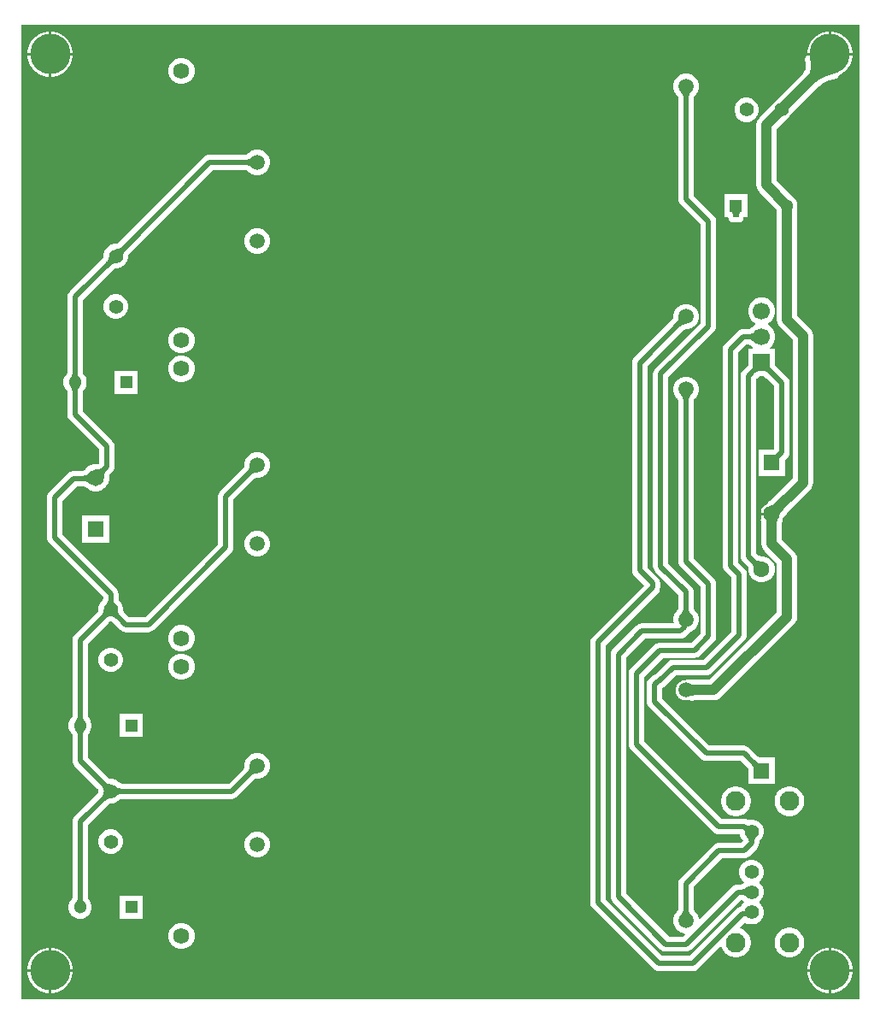
<source format=gbl>
G04*
G04 #@! TF.GenerationSoftware,Altium Limited,Altium Designer,23.4.1 (23)*
G04*
G04 Layer_Physical_Order=2*
G04 Layer_Color=16711680*
%FSLAX44Y44*%
%MOMM*%
G71*
G04*
G04 #@! TF.SameCoordinates,962042ED-4943-4C1F-BA74-C7D69658BEBC*
G04*
G04*
G04 #@! TF.FilePolarity,Positive*
G04*
G01*
G75*
%ADD23C,1.3000*%
%ADD24R,1.3000X1.3000*%
%ADD27C,1.6000*%
%ADD28R,1.6000X1.6000*%
%ADD29C,0.5080*%
%ADD30C,1.5000*%
%ADD31C,4.0000*%
%ADD32C,1.9500*%
%ADD33C,1.4000*%
%ADD34R,1.7000X1.7000*%
%ADD35C,1.7000*%
%ADD36C,1.5900*%
%ADD37R,1.6500X1.6500*%
%ADD38C,1.6500*%
%ADD39C,1.0160*%
G36*
X832000Y1000D02*
X1000D01*
Y967000D01*
X832000D01*
Y1000D01*
D02*
G37*
%LPC*%
G36*
X804720Y960040D02*
X803770D01*
Y938770D01*
X825040D01*
Y939720D01*
X824174Y944075D01*
X822475Y948177D01*
X820008Y951868D01*
X816868Y955008D01*
X813177Y957475D01*
X809075Y959174D01*
X804720Y960040D01*
D02*
G37*
G36*
X801230D02*
X800280D01*
X795925Y959174D01*
X791823Y957475D01*
X788132Y955008D01*
X784992Y951868D01*
X782525Y948177D01*
X780826Y944075D01*
X779960Y939720D01*
Y938770D01*
X801230D01*
Y960040D01*
D02*
G37*
G36*
X32220D02*
X31270D01*
Y938770D01*
X52540D01*
Y939720D01*
X51674Y944075D01*
X49975Y948177D01*
X47508Y951868D01*
X44368Y955008D01*
X40677Y957475D01*
X36575Y959174D01*
X32220Y960040D01*
D02*
G37*
G36*
X28730D02*
X27780D01*
X23425Y959174D01*
X19323Y957475D01*
X15632Y955008D01*
X12492Y951868D01*
X10025Y948177D01*
X8326Y944075D01*
X7460Y939720D01*
Y938770D01*
X28730D01*
Y960040D01*
D02*
G37*
G36*
X52540Y936230D02*
X31270D01*
Y914960D01*
X32220D01*
X36575Y915826D01*
X40677Y917525D01*
X44368Y919992D01*
X47508Y923132D01*
X49975Y926823D01*
X51674Y930925D01*
X52540Y935280D01*
Y936230D01*
D02*
G37*
G36*
X28730D02*
X7460D01*
Y935280D01*
X8326Y930925D01*
X10025Y926823D01*
X12492Y923132D01*
X15632Y919992D01*
X19323Y917525D01*
X23425Y915826D01*
X27780Y914960D01*
X28730D01*
Y936230D01*
D02*
G37*
G36*
X161705Y933870D02*
X158295D01*
X155001Y932988D01*
X152049Y931283D01*
X149637Y928872D01*
X147933Y925919D01*
X147050Y922625D01*
Y919215D01*
X147933Y915921D01*
X149637Y912969D01*
X152049Y910557D01*
X155001Y908852D01*
X158295Y907970D01*
X161705D01*
X164998Y908852D01*
X167952Y910557D01*
X170362Y912969D01*
X172067Y915921D01*
X172950Y919215D01*
Y922625D01*
X172067Y925919D01*
X170362Y928872D01*
X167952Y931283D01*
X164998Y932988D01*
X161705Y933870D01*
D02*
G37*
G36*
X721580Y894500D02*
X718420D01*
X715368Y893682D01*
X712632Y892102D01*
X710398Y889868D01*
X708818Y887132D01*
X708000Y884080D01*
Y880920D01*
X708818Y877868D01*
X710398Y875132D01*
X712632Y872898D01*
X715368Y871318D01*
X718420Y870500D01*
X721580D01*
X724632Y871318D01*
X727368Y872898D01*
X729602Y875132D01*
X731182Y877868D01*
X732000Y880920D01*
Y884080D01*
X731182Y887132D01*
X729602Y889868D01*
X727368Y892102D01*
X724632Y893682D01*
X721580Y894500D01*
D02*
G37*
G36*
X236646Y843000D02*
X233354D01*
X230175Y842148D01*
X227325Y840502D01*
X226498Y839676D01*
X226126Y839440D01*
X225718Y839050D01*
X225448Y838828D01*
X225194Y838649D01*
X224954Y838506D01*
X224723Y838393D01*
X224495Y838305D01*
X224261Y838236D01*
X224013Y838186D01*
X223742Y838153D01*
X223246Y838134D01*
X223125Y838105D01*
X188000D01*
X186032Y837846D01*
X184197Y837086D01*
X182622Y835878D01*
X97421Y750676D01*
X97310Y750608D01*
X96956Y750277D01*
X96747Y750109D01*
X96552Y749976D01*
X96369Y749871D01*
X96192Y749789D01*
X96013Y749723D01*
X95825Y749671D01*
X95618Y749633D01*
X95385Y749608D01*
X94931Y749596D01*
X94510Y749500D01*
X93420D01*
X90368Y748682D01*
X87632Y747102D01*
X85398Y744868D01*
X83818Y742132D01*
X83000Y739080D01*
Y737990D01*
X82904Y737569D01*
X82892Y737115D01*
X82867Y736882D01*
X82829Y736675D01*
X82777Y736487D01*
X82711Y736309D01*
X82628Y736131D01*
X82524Y735948D01*
X82391Y735753D01*
X82222Y735544D01*
X81892Y735190D01*
X81824Y735079D01*
X49222Y702478D01*
X48014Y700902D01*
X47254Y699068D01*
X46995Y697100D01*
Y622674D01*
X46965Y622543D01*
X46950Y622071D01*
X46924Y621805D01*
X46886Y621586D01*
X46842Y621408D01*
X46794Y621266D01*
X46744Y621151D01*
X46692Y621054D01*
X46634Y620966D01*
X46565Y620878D01*
X46332Y620630D01*
X46110Y620273D01*
X45398Y619561D01*
X43884Y616939D01*
X43100Y614014D01*
Y610986D01*
X43884Y608061D01*
X45398Y605439D01*
X46110Y604727D01*
X46332Y604370D01*
X46565Y604122D01*
X46634Y604034D01*
X46692Y603946D01*
X46744Y603849D01*
X46794Y603734D01*
X46842Y603592D01*
X46886Y603414D01*
X46924Y603195D01*
X46950Y602929D01*
X46965Y602457D01*
X46995Y602326D01*
Y580400D01*
X47254Y578432D01*
X48014Y576598D01*
X49222Y575022D01*
X78395Y545850D01*
Y532130D01*
X78204Y531984D01*
X77964Y531832D01*
X77700Y531696D01*
X77401Y531573D01*
X77059Y531465D01*
X76666Y531374D01*
X76215Y531304D01*
X75704Y531261D01*
X74980Y531246D01*
X74541Y531150D01*
X73256D01*
X69886Y530247D01*
X66864Y528503D01*
X65285Y526924D01*
X64934Y526663D01*
X64472Y526154D01*
X64142Y525839D01*
X63836Y525588D01*
X63554Y525394D01*
X63294Y525247D01*
X63051Y525137D01*
X62815Y525057D01*
X62575Y525000D01*
X62318Y524964D01*
X61803Y524941D01*
X61727Y524922D01*
X61649Y524932D01*
X61583Y524913D01*
X53308D01*
X51340Y524654D01*
X50265Y524209D01*
X49506Y523894D01*
X47931Y522686D01*
X28622Y503378D01*
X27414Y501803D01*
X26654Y499968D01*
X26395Y498000D01*
Y459000D01*
X26654Y457032D01*
X27414Y455197D01*
X28622Y453622D01*
X82395Y399850D01*
Y398528D01*
X82365Y398402D01*
X82348Y397918D01*
X82319Y397651D01*
X82275Y397420D01*
X82220Y397216D01*
X82153Y397032D01*
X82073Y396859D01*
X81976Y396689D01*
X81858Y396516D01*
X81711Y396334D01*
X81398Y396004D01*
X81168Y395639D01*
X80398Y394868D01*
X78818Y392132D01*
X78000Y389080D01*
Y387990D01*
X77904Y387569D01*
X77892Y387115D01*
X77867Y386882D01*
X77828Y386675D01*
X77777Y386487D01*
X77711Y386309D01*
X77628Y386131D01*
X77524Y385948D01*
X77391Y385753D01*
X77222Y385544D01*
X76892Y385190D01*
X76824Y385079D01*
X54222Y362478D01*
X53014Y360902D01*
X52254Y359068D01*
X51995Y357100D01*
Y282674D01*
X51965Y282543D01*
X51950Y282071D01*
X51924Y281805D01*
X51886Y281586D01*
X51842Y281408D01*
X51794Y281266D01*
X51744Y281151D01*
X51692Y281054D01*
X51634Y280966D01*
X51565Y280878D01*
X51332Y280630D01*
X51110Y280273D01*
X50398Y279561D01*
X48884Y276939D01*
X48100Y274014D01*
Y270986D01*
X48884Y268061D01*
X50398Y265439D01*
X51110Y264727D01*
X51332Y264370D01*
X51565Y264122D01*
X51634Y264034D01*
X51692Y263946D01*
X51744Y263849D01*
X51794Y263734D01*
X51842Y263592D01*
X51886Y263414D01*
X51924Y263195D01*
X51950Y262929D01*
X51965Y262457D01*
X51995Y262326D01*
Y237900D01*
X52254Y235932D01*
X53014Y234097D01*
X54222Y232522D01*
X76824Y209921D01*
X76892Y209810D01*
X77222Y209456D01*
X77391Y209247D01*
X77524Y209052D01*
X77629Y208869D01*
X77711Y208692D01*
X77777Y208513D01*
X77829Y208325D01*
X77867Y208118D01*
X77892Y207885D01*
X77902Y207500D01*
X77892Y207115D01*
X77867Y206882D01*
X77828Y206675D01*
X77777Y206487D01*
X77711Y206309D01*
X77628Y206131D01*
X77524Y205948D01*
X77391Y205753D01*
X77222Y205544D01*
X76892Y205190D01*
X76824Y205079D01*
X54222Y182478D01*
X53014Y180903D01*
X52254Y179068D01*
X51995Y177100D01*
Y102674D01*
X51965Y102543D01*
X51950Y102071D01*
X51924Y101805D01*
X51886Y101586D01*
X51842Y101408D01*
X51794Y101266D01*
X51744Y101151D01*
X51692Y101054D01*
X51634Y100966D01*
X51565Y100878D01*
X51332Y100630D01*
X51110Y100273D01*
X50398Y99561D01*
X48884Y96939D01*
X48100Y94014D01*
Y90986D01*
X48884Y88061D01*
X50398Y85439D01*
X52539Y83298D01*
X55161Y81784D01*
X58086Y81000D01*
X61114D01*
X64039Y81784D01*
X66661Y83298D01*
X68802Y85439D01*
X70316Y88061D01*
X71100Y90986D01*
Y94014D01*
X70316Y96939D01*
X68802Y99561D01*
X68090Y100273D01*
X67868Y100630D01*
X67635Y100878D01*
X67566Y100966D01*
X67508Y101054D01*
X67456Y101151D01*
X67406Y101266D01*
X67358Y101408D01*
X67314Y101586D01*
X67276Y101805D01*
X67250Y102071D01*
X67235Y102543D01*
X67205Y102674D01*
Y173950D01*
X87579Y194324D01*
X87690Y194392D01*
X88044Y194722D01*
X88253Y194891D01*
X88448Y195024D01*
X88631Y195129D01*
X88808Y195211D01*
X88987Y195277D01*
X89175Y195329D01*
X89382Y195367D01*
X89615Y195392D01*
X90069Y195404D01*
X90490Y195500D01*
X91580D01*
X94632Y196318D01*
X97368Y197898D01*
X98139Y198668D01*
X98504Y198898D01*
X98834Y199210D01*
X99016Y199358D01*
X99190Y199477D01*
X99359Y199573D01*
X99532Y199653D01*
X99716Y199720D01*
X99920Y199776D01*
X100151Y199819D01*
X100418Y199848D01*
X100902Y199865D01*
X101028Y199895D01*
X210000D01*
X211968Y200154D01*
X213803Y200914D01*
X215378Y202122D01*
X231980Y218725D01*
X232087Y218791D01*
X232451Y219128D01*
X232666Y219297D01*
X232876Y219436D01*
X233090Y219553D01*
X233314Y219652D01*
X233557Y219735D01*
X233828Y219804D01*
X234135Y219857D01*
X234482Y219890D01*
X235047Y219904D01*
X235476Y220000D01*
X236646D01*
X239825Y220852D01*
X242675Y222498D01*
X245002Y224825D01*
X246648Y227675D01*
X247500Y230854D01*
Y234146D01*
X246648Y237325D01*
X245002Y240175D01*
X242675Y242502D01*
X239825Y244148D01*
X236646Y245000D01*
X233354D01*
X230175Y244148D01*
X227325Y242502D01*
X224998Y240175D01*
X223352Y237325D01*
X222500Y234146D01*
Y232976D01*
X222404Y232547D01*
X222390Y231982D01*
X222357Y231635D01*
X222304Y231328D01*
X222235Y231057D01*
X222152Y230815D01*
X222053Y230590D01*
X221936Y230376D01*
X221797Y230166D01*
X221628Y229951D01*
X221291Y229587D01*
X221225Y229480D01*
X206850Y215105D01*
X101028D01*
X100902Y215135D01*
X100418Y215152D01*
X100151Y215181D01*
X99920Y215224D01*
X99716Y215280D01*
X99532Y215347D01*
X99359Y215427D01*
X99189Y215523D01*
X99016Y215642D01*
X98834Y215790D01*
X98504Y216102D01*
X98139Y216332D01*
X97368Y217102D01*
X94632Y218682D01*
X91580Y219500D01*
X90490D01*
X90069Y219596D01*
X89615Y219608D01*
X89382Y219633D01*
X89175Y219671D01*
X88987Y219723D01*
X88809Y219789D01*
X88631Y219871D01*
X88448Y219976D01*
X88253Y220109D01*
X88044Y220278D01*
X87690Y220607D01*
X87579Y220676D01*
X67205Y241050D01*
Y262326D01*
X67235Y262457D01*
X67250Y262929D01*
X67276Y263195D01*
X67314Y263414D01*
X67358Y263592D01*
X67406Y263734D01*
X67456Y263849D01*
X67508Y263946D01*
X67566Y264034D01*
X67635Y264122D01*
X67868Y264370D01*
X68090Y264727D01*
X68802Y265439D01*
X70316Y268061D01*
X71100Y270986D01*
Y274014D01*
X70316Y276939D01*
X68802Y279561D01*
X68090Y280273D01*
X67868Y280630D01*
X67635Y280878D01*
X67566Y280966D01*
X67508Y281054D01*
X67456Y281151D01*
X67406Y281266D01*
X67358Y281408D01*
X67314Y281586D01*
X67276Y281805D01*
X67250Y282071D01*
X67235Y282543D01*
X67205Y282674D01*
Y353950D01*
X87579Y374324D01*
X87690Y374392D01*
X88044Y374723D01*
X88253Y374891D01*
X88448Y375024D01*
X88631Y375129D01*
X88808Y375211D01*
X88987Y375277D01*
X89175Y375329D01*
X89382Y375367D01*
X89615Y375392D01*
X90000Y375402D01*
X90385Y375392D01*
X90618Y375367D01*
X90825Y375328D01*
X91013Y375277D01*
X91191Y375211D01*
X91369Y375129D01*
X91552Y375024D01*
X91747Y374891D01*
X91956Y374723D01*
X92310Y374392D01*
X92421Y374324D01*
X99622Y367122D01*
X101198Y365914D01*
X101957Y365599D01*
X103032Y365154D01*
X105000Y364895D01*
X127500D01*
X129468Y365154D01*
X131302Y365914D01*
X132878Y367122D01*
X209378Y443622D01*
X210586Y445197D01*
X211346Y447032D01*
X211605Y449000D01*
Y496350D01*
X231980Y516725D01*
X232087Y516791D01*
X232451Y517128D01*
X232666Y517297D01*
X232876Y517436D01*
X233090Y517553D01*
X233314Y517652D01*
X233557Y517735D01*
X233828Y517804D01*
X234135Y517857D01*
X234482Y517890D01*
X235047Y517904D01*
X235476Y518000D01*
X236646D01*
X239825Y518852D01*
X242675Y520498D01*
X245002Y522825D01*
X246648Y525675D01*
X247500Y528854D01*
Y532146D01*
X246648Y535325D01*
X245002Y538175D01*
X242675Y540503D01*
X239825Y542148D01*
X236646Y543000D01*
X233354D01*
X230175Y542148D01*
X227325Y540503D01*
X224998Y538175D01*
X223352Y535325D01*
X222500Y532146D01*
Y530976D01*
X222404Y530547D01*
X222390Y529982D01*
X222357Y529635D01*
X222304Y529328D01*
X222235Y529058D01*
X222152Y528815D01*
X222053Y528590D01*
X221936Y528377D01*
X221797Y528166D01*
X221628Y527952D01*
X221291Y527587D01*
X221225Y527481D01*
X198622Y504878D01*
X197414Y503302D01*
X196654Y501468D01*
X196395Y499500D01*
Y452150D01*
X124350Y380105D01*
X108150D01*
X103176Y385079D01*
X103108Y385190D01*
X102778Y385544D01*
X102609Y385753D01*
X102476Y385948D01*
X102371Y386131D01*
X102289Y386308D01*
X102223Y386487D01*
X102171Y386675D01*
X102133Y386882D01*
X102108Y387115D01*
X102096Y387569D01*
X102000Y387990D01*
Y389080D01*
X101182Y392132D01*
X99602Y394868D01*
X98832Y395639D01*
X98602Y396004D01*
X98290Y396334D01*
X98142Y396516D01*
X98023Y396690D01*
X97927Y396859D01*
X97847Y397032D01*
X97780Y397216D01*
X97725Y397420D01*
X97681Y397651D01*
X97652Y397918D01*
X97635Y398402D01*
X97605Y398528D01*
Y403000D01*
X97346Y404968D01*
X96586Y406802D01*
X95378Y408378D01*
X41605Y462150D01*
Y494850D01*
X56458Y509703D01*
X62088D01*
X62205Y509675D01*
X62724Y509653D01*
X63029Y509615D01*
X63344Y509548D01*
X63673Y509450D01*
X64024Y509315D01*
X64400Y509138D01*
X64802Y508912D01*
X65230Y508632D01*
X65685Y508294D01*
X66266Y507808D01*
X66460Y507701D01*
X66864Y507297D01*
X69886Y505553D01*
X73256Y504650D01*
X76744D01*
X80114Y505553D01*
X83136Y507297D01*
X85603Y509764D01*
X87347Y512786D01*
X88250Y516156D01*
Y517441D01*
X88347Y517880D01*
X88361Y518604D01*
X88404Y519115D01*
X88474Y519565D01*
X88565Y519959D01*
X88673Y520301D01*
X88795Y520600D01*
X88932Y520864D01*
X89084Y521104D01*
X89256Y521329D01*
X89605Y521710D01*
X89666Y521811D01*
X91378Y523522D01*
X92586Y525098D01*
X92901Y525857D01*
X93346Y526932D01*
X93605Y528900D01*
Y549000D01*
X93346Y550968D01*
X92586Y552803D01*
X91378Y554378D01*
X62205Y583550D01*
Y602326D01*
X62235Y602457D01*
X62250Y602929D01*
X62276Y603195D01*
X62314Y603414D01*
X62358Y603592D01*
X62406Y603734D01*
X62456Y603849D01*
X62508Y603946D01*
X62566Y604034D01*
X62635Y604122D01*
X62868Y604370D01*
X63090Y604727D01*
X63802Y605439D01*
X65316Y608061D01*
X66100Y610986D01*
Y614014D01*
X65316Y616939D01*
X63802Y619561D01*
X63090Y620273D01*
X62868Y620630D01*
X62635Y620878D01*
X62566Y620966D01*
X62508Y621054D01*
X62456Y621151D01*
X62406Y621266D01*
X62358Y621408D01*
X62314Y621586D01*
X62276Y621805D01*
X62250Y622071D01*
X62235Y622543D01*
X62205Y622674D01*
Y693950D01*
X92579Y724324D01*
X92690Y724392D01*
X93044Y724723D01*
X93253Y724891D01*
X93448Y725024D01*
X93631Y725129D01*
X93808Y725211D01*
X93987Y725277D01*
X94175Y725329D01*
X94382Y725367D01*
X94615Y725392D01*
X95069Y725404D01*
X95490Y725500D01*
X96580D01*
X99632Y726318D01*
X102368Y727898D01*
X104602Y730132D01*
X106182Y732868D01*
X107000Y735920D01*
Y737010D01*
X107096Y737431D01*
X107108Y737885D01*
X107133Y738118D01*
X107171Y738325D01*
X107223Y738513D01*
X107289Y738691D01*
X107371Y738869D01*
X107476Y739052D01*
X107609Y739247D01*
X107778Y739456D01*
X108108Y739810D01*
X108176Y739921D01*
X191150Y822895D01*
X223125D01*
X223246Y822866D01*
X223742Y822847D01*
X224013Y822814D01*
X224261Y822764D01*
X224495Y822695D01*
X224723Y822607D01*
X224954Y822494D01*
X225195Y822351D01*
X225448Y822172D01*
X225718Y821950D01*
X226126Y821560D01*
X226498Y821324D01*
X227325Y820498D01*
X230175Y818852D01*
X233354Y818000D01*
X236646D01*
X239825Y818852D01*
X242675Y820498D01*
X245002Y822825D01*
X246648Y825675D01*
X247500Y828854D01*
Y832146D01*
X246648Y835325D01*
X245002Y838175D01*
X242675Y840502D01*
X239825Y842148D01*
X236646Y843000D01*
D02*
G37*
G36*
X721100Y799000D02*
X698100D01*
Y776000D01*
X701959D01*
X701964Y775816D01*
X702169Y774911D01*
X702350Y774000D01*
X702388Y773943D01*
X702403Y773876D01*
X702939Y773118D01*
X703455Y772346D01*
X703512Y772308D01*
X703551Y772252D01*
X704336Y771757D01*
X705109Y771241D01*
X705176Y771227D01*
X705234Y771191D01*
X706149Y771034D01*
X707060Y770853D01*
X712140D01*
X713051Y771034D01*
X713966Y771191D01*
X714024Y771227D01*
X714091Y771241D01*
X714864Y771757D01*
X715649Y772252D01*
X715688Y772308D01*
X715745Y772346D01*
X716261Y773118D01*
X716797Y773876D01*
X716812Y773943D01*
X716850Y774000D01*
X717031Y774911D01*
X717236Y775816D01*
X717241Y776000D01*
X721100D01*
Y799000D01*
D02*
G37*
G36*
X236646Y765000D02*
X233354D01*
X230175Y764148D01*
X227325Y762503D01*
X224998Y760175D01*
X223352Y757325D01*
X222500Y754146D01*
Y750854D01*
X223352Y747675D01*
X224998Y744825D01*
X227325Y742497D01*
X230175Y740852D01*
X233354Y740000D01*
X236646D01*
X239825Y740852D01*
X242675Y742497D01*
X245002Y744825D01*
X246648Y747675D01*
X247500Y750854D01*
Y754146D01*
X246648Y757325D01*
X245002Y760175D01*
X242675Y762503D01*
X239825Y764148D01*
X236646Y765000D01*
D02*
G37*
G36*
X96580Y699500D02*
X93420D01*
X90368Y698682D01*
X87632Y697102D01*
X85398Y694868D01*
X83818Y692132D01*
X83000Y689080D01*
Y685920D01*
X83818Y682868D01*
X85398Y680132D01*
X87632Y677898D01*
X90368Y676318D01*
X93420Y675500D01*
X96580D01*
X99632Y676318D01*
X102368Y677898D01*
X104602Y680132D01*
X106182Y682868D01*
X107000Y685920D01*
Y689080D01*
X106182Y692132D01*
X104602Y694868D01*
X102368Y697102D01*
X99632Y698682D01*
X96580Y699500D01*
D02*
G37*
G36*
X161705Y667030D02*
X158295D01*
X155001Y666148D01*
X152049Y664443D01*
X149637Y662031D01*
X147933Y659079D01*
X147050Y655785D01*
Y652375D01*
X147933Y649081D01*
X149637Y646128D01*
X152049Y643717D01*
X155001Y642012D01*
X158295Y641130D01*
X161705D01*
X164998Y642012D01*
X167952Y643717D01*
X170362Y646128D01*
X172067Y649081D01*
X172950Y652375D01*
Y655785D01*
X172067Y659079D01*
X170362Y662031D01*
X167952Y664443D01*
X164998Y666148D01*
X161705Y667030D01*
D02*
G37*
G36*
Y638870D02*
X158295D01*
X155001Y637988D01*
X152049Y636283D01*
X149637Y633871D01*
X147933Y630919D01*
X147050Y627625D01*
Y624215D01*
X147933Y620922D01*
X149637Y617968D01*
X152049Y615557D01*
X155001Y613853D01*
X158295Y612970D01*
X161705D01*
X164998Y613853D01*
X167952Y615557D01*
X170362Y617968D01*
X172067Y620922D01*
X172950Y624215D01*
Y627625D01*
X172067Y630919D01*
X170362Y633871D01*
X167952Y636283D01*
X164998Y637988D01*
X161705Y638870D01*
D02*
G37*
G36*
X116900Y624000D02*
X93900D01*
Y601000D01*
X116900D01*
Y624000D01*
D02*
G37*
G36*
X736777Y696400D02*
X733223D01*
X729789Y695480D01*
X726711Y693703D01*
X724197Y691189D01*
X722420Y688111D01*
X721500Y684677D01*
Y681123D01*
X722420Y677689D01*
X724197Y674611D01*
X726711Y672097D01*
X728727Y670933D01*
Y669467D01*
X726711Y668303D01*
X725775Y667367D01*
X725394Y667123D01*
X724835Y666584D01*
X724404Y666218D01*
X724000Y665919D01*
X723624Y665682D01*
X723277Y665498D01*
X722956Y665361D01*
X722655Y665262D01*
X722367Y665196D01*
X722082Y665156D01*
X721558Y665133D01*
X721446Y665105D01*
X716500D01*
X714532Y664846D01*
X713457Y664401D01*
X712698Y664086D01*
X711123Y662878D01*
X698622Y650378D01*
X697414Y648802D01*
X696654Y646968D01*
X696395Y645000D01*
Y431000D01*
X696654Y429032D01*
X697414Y427197D01*
X698622Y425622D01*
X704895Y419350D01*
Y365650D01*
X676850Y337605D01*
X647000D01*
X645032Y337346D01*
X643197Y336586D01*
X641622Y335378D01*
X629454Y323209D01*
X627950Y322586D01*
X626375Y321378D01*
X623400Y318402D01*
X622191Y316827D01*
X621431Y314993D01*
X621172Y313024D01*
Y296223D01*
X621431Y294254D01*
X622191Y292420D01*
X623400Y290845D01*
X674622Y239622D01*
X676198Y238414D01*
X678032Y237654D01*
X680000Y237395D01*
X714620D01*
X719637Y232378D01*
X719704Y232269D01*
X721452Y230389D01*
X721951Y229766D01*
X722000Y229696D01*
Y228741D01*
X721963Y228555D01*
X722000Y228369D01*
Y214770D01*
X748000D01*
Y240770D01*
X734401D01*
X734215Y240807D01*
X734029Y240770D01*
X733074D01*
X733061Y240779D01*
X731498Y242104D01*
X730572Y242998D01*
X730445Y243080D01*
X723148Y250378D01*
X721572Y251586D01*
X719738Y252346D01*
X717770Y252605D01*
X683150D01*
X636382Y299373D01*
Y309240D01*
X636802Y309414D01*
X638378Y310622D01*
X650150Y322395D01*
X680000D01*
X681968Y322654D01*
X683802Y323414D01*
X685378Y324622D01*
X717878Y357122D01*
X719086Y358698D01*
X719846Y360532D01*
X720105Y362500D01*
Y422500D01*
X719846Y424468D01*
X719086Y426303D01*
X717878Y427878D01*
X711605Y434150D01*
Y641850D01*
X719650Y649895D01*
X721446D01*
X721558Y649867D01*
X722082Y649844D01*
X722367Y649805D01*
X722655Y649738D01*
X722956Y649639D01*
X723277Y649502D01*
X723624Y649318D01*
X724000Y649081D01*
X724404Y648782D01*
X724835Y648416D01*
X725394Y647877D01*
X725775Y647633D01*
X726538Y646870D01*
X726294Y645600D01*
X721500D01*
Y631624D01*
X721495Y631610D01*
X721500Y631482D01*
Y631154D01*
X721432Y630815D01*
X721500Y630475D01*
Y629682D01*
X721477Y629649D01*
X720161Y628093D01*
X719271Y627172D01*
X719189Y627044D01*
X716478Y624333D01*
X715270Y622758D01*
X714510Y620924D01*
X714251Y618956D01*
Y440374D01*
X714510Y438406D01*
X715270Y436572D01*
X716478Y434997D01*
X720630Y430845D01*
X720693Y430742D01*
X721038Y430367D01*
X721208Y430145D01*
X721356Y429916D01*
X721486Y429669D01*
X721600Y429395D01*
X721701Y429086D01*
X721785Y428734D01*
X721849Y428331D01*
X721889Y427873D01*
X721904Y427202D01*
X722000Y426766D01*
Y425518D01*
X722886Y422212D01*
X724597Y419248D01*
X727018Y416827D01*
X729982Y415116D01*
X733288Y414230D01*
X736712D01*
X740018Y415116D01*
X742982Y416827D01*
X745403Y419248D01*
X747114Y422212D01*
X748000Y425518D01*
Y428941D01*
X747114Y432248D01*
X745403Y435212D01*
X742982Y437633D01*
X740018Y439344D01*
X736712Y440230D01*
X735464D01*
X735028Y440326D01*
X734357Y440341D01*
X733899Y440381D01*
X733496Y440445D01*
X733144Y440529D01*
X732834Y440630D01*
X732561Y440744D01*
X732314Y440874D01*
X732085Y441021D01*
X731863Y441192D01*
X731488Y441537D01*
X731385Y441600D01*
X729461Y443524D01*
Y615806D01*
X729891Y616236D01*
X729999Y616303D01*
X731873Y618043D01*
X732491Y618537D01*
X732582Y618600D01*
X733375D01*
X733715Y618533D01*
X734054Y618600D01*
X734382D01*
X734510Y618595D01*
X734524Y618600D01*
X735476D01*
X735490Y618595D01*
X735618Y618600D01*
X735946D01*
X736285Y618533D01*
X736625Y618600D01*
X737418D01*
X737451Y618577D01*
X739007Y617261D01*
X739929Y616371D01*
X740056Y616289D01*
X747395Y608950D01*
Y546150D01*
X731750D01*
Y519650D01*
X758250D01*
Y535395D01*
X760378Y537522D01*
X761586Y539098D01*
X761901Y539857D01*
X762346Y540932D01*
X762605Y542900D01*
Y612100D01*
X762346Y614068D01*
X761586Y615903D01*
X760378Y617478D01*
X750864Y626991D01*
X750797Y627099D01*
X749057Y628973D01*
X748563Y629591D01*
X748500Y629682D01*
Y630476D01*
X748567Y630815D01*
X748500Y631154D01*
Y631482D01*
X748505Y631610D01*
X748500Y631624D01*
Y645600D01*
X743706D01*
X743462Y646870D01*
X745803Y649211D01*
X747580Y652289D01*
X748500Y655723D01*
Y659277D01*
X747580Y662711D01*
X745803Y665789D01*
X743289Y668303D01*
X741273Y669467D01*
Y670933D01*
X743289Y672097D01*
X745803Y674611D01*
X747580Y677689D01*
X748500Y681123D01*
Y684677D01*
X747580Y688111D01*
X745803Y691189D01*
X743289Y693703D01*
X740211Y695480D01*
X736777Y696400D01*
D02*
G37*
G36*
X88250Y480350D02*
X61750D01*
Y453850D01*
X88250D01*
Y480350D01*
D02*
G37*
G36*
X236646Y465000D02*
X233354D01*
X230175Y464148D01*
X227325Y462503D01*
X224998Y460175D01*
X223352Y457325D01*
X222500Y454146D01*
Y450854D01*
X223352Y447675D01*
X224998Y444825D01*
X227325Y442497D01*
X230175Y440852D01*
X233354Y440000D01*
X236646D01*
X239825Y440852D01*
X242675Y442497D01*
X245002Y444825D01*
X246648Y447675D01*
X247500Y450854D01*
Y454146D01*
X246648Y457325D01*
X245002Y460175D01*
X242675Y462503D01*
X239825Y464148D01*
X236646Y465000D01*
D02*
G37*
G36*
X161705Y372030D02*
X158295D01*
X155001Y371147D01*
X152049Y369443D01*
X149637Y367032D01*
X147933Y364078D01*
X147050Y360785D01*
Y357375D01*
X147933Y354081D01*
X149637Y351129D01*
X152049Y348717D01*
X155001Y347012D01*
X158295Y346130D01*
X161705D01*
X164998Y347012D01*
X167952Y348717D01*
X170362Y351129D01*
X172067Y354081D01*
X172950Y357375D01*
Y360785D01*
X172067Y364078D01*
X170362Y367032D01*
X167952Y369443D01*
X164998Y371147D01*
X161705Y372030D01*
D02*
G37*
G36*
X91580Y349500D02*
X88420D01*
X85368Y348682D01*
X82632Y347102D01*
X80398Y344868D01*
X78818Y342132D01*
X78000Y339080D01*
Y335920D01*
X78818Y332868D01*
X80398Y330132D01*
X82632Y327898D01*
X85368Y326318D01*
X88420Y325500D01*
X91580D01*
X94632Y326318D01*
X97368Y327898D01*
X99602Y330132D01*
X101182Y332868D01*
X102000Y335920D01*
Y339080D01*
X101182Y342132D01*
X99602Y344868D01*
X97368Y347102D01*
X94632Y348682D01*
X91580Y349500D01*
D02*
G37*
G36*
X161705Y343870D02*
X158295D01*
X155001Y342988D01*
X152049Y341283D01*
X149637Y338871D01*
X147933Y335919D01*
X147050Y332625D01*
Y329215D01*
X147933Y325922D01*
X149637Y322968D01*
X152049Y320557D01*
X155001Y318853D01*
X158295Y317970D01*
X161705D01*
X164998Y318853D01*
X167952Y320557D01*
X170362Y322968D01*
X172067Y325922D01*
X172950Y329215D01*
Y332625D01*
X172067Y335919D01*
X170362Y338871D01*
X167952Y341283D01*
X164998Y342988D01*
X161705Y343870D01*
D02*
G37*
G36*
X825040Y936230D02*
X779496D01*
X779463Y936194D01*
X778809Y935527D01*
X778785Y935469D01*
X778743Y935423D01*
X778415Y934548D01*
X778066Y933681D01*
X778066Y933619D01*
X778044Y933560D01*
X778076Y932627D01*
X778086Y931692D01*
X778505Y929689D01*
X778730Y927996D01*
X778804Y926451D01*
X778742Y925051D01*
X778556Y923788D01*
X778256Y922646D01*
X777848Y921605D01*
X777329Y920638D01*
X776686Y919724D01*
X775714Y918636D01*
X775708Y918625D01*
X747811Y890728D01*
X746195Y888623D01*
X745807Y887685D01*
X732811Y874689D01*
X731195Y872583D01*
X730180Y870131D01*
X729833Y867500D01*
Y807900D01*
X730180Y805269D01*
X731195Y802816D01*
X732811Y800711D01*
X750233Y783289D01*
Y674416D01*
X750579Y671784D01*
X751595Y669332D01*
X753211Y667227D01*
X765833Y654604D01*
Y517311D01*
X746026Y497504D01*
X745989Y497481D01*
X744258Y495832D01*
X743515Y495208D01*
X743381Y495109D01*
X743132Y495060D01*
X742816Y494849D01*
X742460Y494721D01*
X741997Y494301D01*
X741478Y493954D01*
X741267Y493639D01*
X740986Y493385D01*
X740720Y492820D01*
X740373Y492300D01*
X740299Y491929D01*
X740244Y491813D01*
X738375Y490734D01*
X736366Y488725D01*
X734945Y486265D01*
X734210Y483521D01*
Y483370D01*
X745000D01*
Y480830D01*
X734210D01*
Y480680D01*
X734769Y478594D01*
X734726Y478474D01*
X734515Y478159D01*
X734393Y477546D01*
X734183Y476958D01*
X734201Y476580D01*
X734127Y476208D01*
X734249Y475596D01*
X734279Y474972D01*
X734441Y474629D01*
X734515Y474257D01*
X734623Y474096D01*
X734816Y471382D01*
X734822Y470611D01*
X734833Y470559D01*
Y452500D01*
X735180Y449869D01*
X736195Y447416D01*
X737811Y445311D01*
X749833Y433289D01*
Y384211D01*
X683289Y317667D01*
X670117D01*
X670065Y317678D01*
X667251Y317704D01*
X666218Y317750D01*
X666114Y317760D01*
X665909Y317741D01*
X665389Y317848D01*
X665372Y317845D01*
X665356Y317848D01*
X664621Y317702D01*
X664333Y317696D01*
X664268Y317667D01*
X660000D01*
X659035Y317540D01*
X658678D01*
X658333Y317447D01*
X657369Y317320D01*
X656470Y316948D01*
X656125Y316856D01*
X655815Y316677D01*
X654917Y316305D01*
X654145Y315713D01*
X653835Y315534D01*
X653583Y315281D01*
X652811Y314689D01*
X652219Y313918D01*
X651966Y313665D01*
X651787Y313355D01*
X651195Y312584D01*
X650823Y311685D01*
X650644Y311375D01*
X650552Y311030D01*
X650180Y310131D01*
X650052Y309167D01*
X649960Y308822D01*
Y308465D01*
X649833Y307500D01*
X649960Y306535D01*
Y306178D01*
X650052Y305833D01*
X650180Y304869D01*
X650552Y303970D01*
X650644Y303625D01*
X650823Y303315D01*
X651195Y302416D01*
X651787Y301645D01*
X651966Y301335D01*
X652219Y301082D01*
X652811Y300311D01*
X653583Y299719D01*
X653835Y299466D01*
X654145Y299287D01*
X654917Y298695D01*
X655815Y298323D01*
X656125Y298144D01*
X656470Y298052D01*
X657369Y297680D01*
X658333Y297553D01*
X658678Y297460D01*
X659035D01*
X660000Y297333D01*
X664441D01*
X664470Y297328D01*
X665356Y297152D01*
X665449Y297170D01*
X665542Y297155D01*
X670203Y297325D01*
X670236Y297333D01*
X687500D01*
X690131Y297680D01*
X692583Y298695D01*
X694689Y300311D01*
X767189Y372811D01*
X768805Y374916D01*
X769820Y377369D01*
X770167Y380000D01*
Y437500D01*
X769820Y440131D01*
X768805Y442584D01*
X767189Y444689D01*
X755167Y456711D01*
Y470482D01*
X755176Y470524D01*
X755235Y472915D01*
X755319Y473881D01*
X755343Y474046D01*
X755485Y474257D01*
X755559Y474629D01*
X755721Y474972D01*
X755751Y475596D01*
X755873Y476208D01*
X755799Y476580D01*
X755817Y476958D01*
X755607Y477546D01*
X755572Y477721D01*
X755720Y477820D01*
X756285Y478087D01*
X756539Y478367D01*
X756854Y478578D01*
X757201Y479097D01*
X757621Y479560D01*
X757749Y479916D01*
X757960Y480232D01*
X757997Y480422D01*
X759779Y482477D01*
X760320Y483027D01*
X760350Y483072D01*
X783189Y505911D01*
X784805Y508017D01*
X785820Y510469D01*
X786167Y513100D01*
Y658816D01*
X785820Y661447D01*
X784805Y663899D01*
X783189Y666005D01*
X770567Y678627D01*
Y787500D01*
X770220Y790131D01*
X769205Y792583D01*
X767589Y794689D01*
X750167Y812111D01*
Y863289D01*
X762189Y875311D01*
X763805Y877417D01*
X764193Y878354D01*
X791860Y906021D01*
X791879Y906032D01*
X792837Y906903D01*
X793786Y907625D01*
X794918Y908355D01*
X796235Y909083D01*
X797739Y909801D01*
X799331Y910459D01*
X805674Y912454D01*
X808063Y913027D01*
X808956Y913438D01*
X809849Y913844D01*
X809858Y913854D01*
X809870Y913859D01*
X810535Y914579D01*
X811207Y915298D01*
X811211Y915310D01*
X811220Y915320D01*
X811559Y916239D01*
X811833Y916969D01*
X813177Y917525D01*
X816868Y919992D01*
X820008Y923132D01*
X822475Y926823D01*
X824174Y930925D01*
X825040Y935280D01*
Y936230D01*
D02*
G37*
G36*
X121900Y284000D02*
X98900D01*
Y261000D01*
X121900D01*
Y284000D01*
D02*
G37*
G36*
X763953Y212250D02*
X761047D01*
X758198Y211683D01*
X755513Y210571D01*
X753097Y208957D01*
X751043Y206903D01*
X749429Y204487D01*
X748317Y201802D01*
X747750Y198953D01*
Y196047D01*
X748317Y193198D01*
X749429Y190513D01*
X751043Y188097D01*
X753097Y186043D01*
X755513Y184429D01*
X758198Y183317D01*
X761047Y182750D01*
X763953D01*
X766802Y183317D01*
X769487Y184429D01*
X771903Y186043D01*
X773957Y188097D01*
X775571Y190513D01*
X776683Y193198D01*
X777250Y196047D01*
Y198953D01*
X776683Y201802D01*
X775571Y204487D01*
X773957Y206903D01*
X771903Y208957D01*
X769487Y210571D01*
X766802Y211683D01*
X763953Y212250D01*
D02*
G37*
G36*
X710953D02*
X708047D01*
X705198Y211683D01*
X702513Y210571D01*
X700097Y208957D01*
X698043Y206903D01*
X696429Y204487D01*
X695317Y201802D01*
X694750Y198953D01*
Y196047D01*
X695317Y193198D01*
X696429Y190513D01*
X698043Y188097D01*
X700097Y186043D01*
X702513Y184429D01*
X705198Y183317D01*
X708047Y182750D01*
X710953D01*
X713802Y183317D01*
X716487Y184429D01*
X718903Y186043D01*
X720957Y188097D01*
X722571Y190513D01*
X723683Y193198D01*
X724250Y196047D01*
Y198953D01*
X723683Y201802D01*
X722571Y204487D01*
X720957Y206903D01*
X718903Y208957D01*
X716487Y210571D01*
X713802Y211683D01*
X710953Y212250D01*
D02*
G37*
G36*
X91580Y169500D02*
X88420D01*
X85368Y168682D01*
X82632Y167102D01*
X80398Y164868D01*
X78818Y162132D01*
X78000Y159080D01*
Y155920D01*
X78818Y152868D01*
X80398Y150132D01*
X82632Y147898D01*
X85368Y146318D01*
X88420Y145500D01*
X91580D01*
X94632Y146318D01*
X97368Y147898D01*
X99602Y150132D01*
X101182Y152868D01*
X102000Y155920D01*
Y159080D01*
X101182Y162132D01*
X99602Y164868D01*
X97368Y167102D01*
X94632Y168682D01*
X91580Y169500D01*
D02*
G37*
G36*
X236646Y167000D02*
X233354D01*
X230175Y166148D01*
X227325Y164503D01*
X224998Y162175D01*
X223352Y159325D01*
X222500Y156146D01*
Y152854D01*
X223352Y149675D01*
X224998Y146825D01*
X227325Y144497D01*
X230175Y142852D01*
X233354Y142000D01*
X236646D01*
X239825Y142852D01*
X242675Y144497D01*
X245002Y146825D01*
X246648Y149675D01*
X247500Y152854D01*
Y156146D01*
X246648Y159325D01*
X245002Y162175D01*
X242675Y164503D01*
X239825Y166148D01*
X236646Y167000D01*
D02*
G37*
G36*
X121900Y104000D02*
X98900D01*
Y81000D01*
X121900D01*
Y104000D01*
D02*
G37*
G36*
X161705Y77030D02*
X158295D01*
X155001Y76147D01*
X152049Y74443D01*
X149637Y72031D01*
X147933Y69078D01*
X147050Y65785D01*
Y62375D01*
X147933Y59082D01*
X149637Y56129D01*
X152049Y53717D01*
X155001Y52013D01*
X158295Y51130D01*
X161705D01*
X164998Y52013D01*
X167952Y53717D01*
X170362Y56129D01*
X172067Y59082D01*
X172950Y62375D01*
Y65785D01*
X172067Y69078D01*
X170362Y72031D01*
X167952Y74443D01*
X164998Y76147D01*
X161705Y77030D01*
D02*
G37*
G36*
X661646Y918000D02*
X658354D01*
X655175Y917148D01*
X652325Y915502D01*
X649997Y913175D01*
X648352Y910325D01*
X647500Y907146D01*
Y903854D01*
X648352Y900675D01*
X649997Y897825D01*
X650824Y896998D01*
X651060Y896626D01*
X651450Y896218D01*
X651672Y895948D01*
X651851Y895694D01*
X651994Y895454D01*
X652107Y895223D01*
X652195Y894995D01*
X652264Y894761D01*
X652314Y894513D01*
X652347Y894242D01*
X652366Y893746D01*
X652395Y893624D01*
Y794065D01*
X652654Y792097D01*
X653414Y790263D01*
X654622Y788687D01*
X674395Y768915D01*
Y671150D01*
X629702Y626458D01*
X628494Y624883D01*
X627734Y623048D01*
X627475Y621080D01*
Y429920D01*
X627734Y427952D01*
X628494Y426118D01*
X629702Y424542D01*
X652395Y401850D01*
Y389375D01*
X652366Y389254D01*
X652347Y388758D01*
X652314Y388487D01*
X652264Y388239D01*
X652195Y388005D01*
X652107Y387777D01*
X651994Y387546D01*
X651851Y387305D01*
X651672Y387052D01*
X651450Y386782D01*
X651060Y386374D01*
X650824Y386002D01*
X649997Y385175D01*
X648352Y382325D01*
X647500Y379146D01*
Y375854D01*
X647833Y374613D01*
X647060Y373605D01*
X616000D01*
X614032Y373346D01*
X612957Y372901D01*
X612197Y372586D01*
X610622Y371378D01*
X587622Y348378D01*
X586414Y346802D01*
X585654Y344968D01*
X585395Y343000D01*
Y103000D01*
X585654Y101032D01*
X586414Y99198D01*
X587622Y97622D01*
X634622Y50622D01*
X636198Y49414D01*
X636957Y49099D01*
X638032Y48654D01*
X640000Y48395D01*
X660000D01*
X661968Y48654D01*
X663802Y49414D01*
X665378Y50622D01*
X714601Y99846D01*
X714849Y99819D01*
X715080Y99775D01*
X715284Y99720D01*
X715468Y99653D01*
X715641Y99573D01*
X715811Y99476D01*
X715984Y99358D01*
X716166Y99211D01*
X716496Y98898D01*
X716861Y98668D01*
X717206Y98323D01*
X717493Y97500D01*
X717206Y96677D01*
X715398Y94868D01*
X714451Y93228D01*
X713777Y93139D01*
X711943Y92379D01*
X710368Y91171D01*
X663802Y44605D01*
X636150D01*
X580605Y100150D01*
Y352055D01*
X632273Y403723D01*
X633482Y405298D01*
X634242Y407132D01*
X634501Y409101D01*
Y413309D01*
X634242Y415277D01*
X633482Y417112D01*
X632273Y418687D01*
X621605Y429355D01*
Y628350D01*
X656980Y663725D01*
X657087Y663791D01*
X657451Y664128D01*
X657666Y664297D01*
X657877Y664436D01*
X658091Y664553D01*
X658315Y664652D01*
X658558Y664735D01*
X658828Y664804D01*
X659135Y664857D01*
X659482Y664890D01*
X660047Y664904D01*
X660477Y665000D01*
X661646D01*
X664825Y665852D01*
X667675Y667497D01*
X670003Y669825D01*
X671648Y672675D01*
X672500Y675854D01*
Y679146D01*
X671648Y682325D01*
X670003Y685175D01*
X667675Y687503D01*
X664825Y689148D01*
X661646Y690000D01*
X658354D01*
X655175Y689148D01*
X652325Y687503D01*
X649997Y685175D01*
X648352Y682325D01*
X647500Y679146D01*
Y677976D01*
X647404Y677547D01*
X647390Y676982D01*
X647357Y676635D01*
X647304Y676328D01*
X647235Y676058D01*
X647152Y675815D01*
X647053Y675590D01*
X646936Y675377D01*
X646797Y675166D01*
X646628Y674951D01*
X646291Y674587D01*
X646225Y674480D01*
X608622Y636878D01*
X607414Y635303D01*
X606654Y633468D01*
X606395Y631500D01*
Y426205D01*
X606395Y426205D01*
X606654Y424236D01*
X607414Y422402D01*
X608622Y420827D01*
X618245Y411205D01*
X567622Y360582D01*
X566414Y359007D01*
X565654Y357173D01*
X565395Y355205D01*
Y97000D01*
X565654Y95032D01*
X566414Y93197D01*
X567622Y91622D01*
X627622Y31622D01*
X629197Y30414D01*
X631032Y29654D01*
X633000Y29395D01*
X666952D01*
X668921Y29654D01*
X670755Y30414D01*
X672330Y31622D01*
X694144Y53436D01*
X695429Y52926D01*
X696429Y50513D01*
X698043Y48097D01*
X700097Y46043D01*
X702513Y44429D01*
X705198Y43317D01*
X708047Y42750D01*
X710953D01*
X713802Y43317D01*
X716487Y44429D01*
X718903Y46043D01*
X720957Y48097D01*
X722571Y50513D01*
X723683Y53198D01*
X724250Y56047D01*
Y58953D01*
X723683Y61802D01*
X722571Y64487D01*
X720957Y66903D01*
X718903Y68957D01*
X716487Y70571D01*
X714074Y71571D01*
X713564Y72856D01*
X718249Y77541D01*
X720368Y76318D01*
X723420Y75500D01*
X726580D01*
X729632Y76318D01*
X732368Y77898D01*
X734602Y80132D01*
X736182Y82868D01*
X737000Y85920D01*
Y89080D01*
X736182Y92132D01*
X734602Y94868D01*
X732794Y96677D01*
X732507Y97500D01*
X732794Y98323D01*
X734602Y100132D01*
X736182Y102868D01*
X737000Y105920D01*
Y109080D01*
X736182Y112132D01*
X734602Y114868D01*
X732794Y116677D01*
X732507Y117500D01*
X732794Y118323D01*
X734602Y120132D01*
X736182Y122868D01*
X737000Y125920D01*
Y129080D01*
X736182Y132132D01*
X734602Y134868D01*
X732368Y137102D01*
X729632Y138682D01*
X726580Y139500D01*
X723420D01*
X720368Y138682D01*
X717632Y137102D01*
X715398Y134868D01*
X713818Y132132D01*
X713000Y129080D01*
Y125920D01*
X713818Y122868D01*
X715398Y120132D01*
X717206Y118323D01*
X717493Y117500D01*
X717206Y116677D01*
X716861Y116332D01*
X716496Y116102D01*
X716166Y115790D01*
X715984Y115642D01*
X715810Y115523D01*
X715641Y115427D01*
X715468Y115347D01*
X715284Y115280D01*
X715080Y115225D01*
X714849Y115181D01*
X714582Y115152D01*
X714098Y115135D01*
X713972Y115105D01*
X711500D01*
X709532Y114846D01*
X707698Y114086D01*
X706122Y112878D01*
X673673Y80428D01*
X672500Y80914D01*
Y81146D01*
X671648Y84325D01*
X670003Y87175D01*
X669176Y88002D01*
X668940Y88374D01*
X668550Y88782D01*
X668328Y89052D01*
X668149Y89306D01*
X668006Y89546D01*
X667893Y89777D01*
X667805Y90005D01*
X667736Y90239D01*
X667686Y90487D01*
X667653Y90758D01*
X667634Y91254D01*
X667605Y91376D01*
Y112850D01*
X695736Y140981D01*
X717586D01*
X719555Y141240D01*
X721389Y142000D01*
X722964Y143209D01*
X730378Y150622D01*
X731586Y152198D01*
X732346Y154032D01*
X732605Y156000D01*
Y156472D01*
X732635Y156598D01*
X732652Y157082D01*
X732681Y157349D01*
X732725Y157580D01*
X732780Y157784D01*
X732847Y157968D01*
X732927Y158141D01*
X733024Y158311D01*
X733142Y158484D01*
X733289Y158666D01*
X733602Y158996D01*
X733832Y159361D01*
X734602Y160132D01*
X736182Y162868D01*
X737000Y165920D01*
Y169080D01*
X736182Y172132D01*
X734602Y174868D01*
X732368Y177102D01*
X729632Y178682D01*
X726580Y179500D01*
X723420D01*
X721515Y178990D01*
X721389Y179086D01*
X719555Y179846D01*
X717586Y180105D01*
X695650D01*
X618605Y257150D01*
Y320850D01*
X637150Y339395D01*
X668490D01*
X670458Y339654D01*
X672292Y340414D01*
X673867Y341622D01*
X687878Y355633D01*
X689086Y357208D01*
X689401Y357968D01*
X689846Y359042D01*
X690105Y361011D01*
Y412500D01*
X689846Y414468D01*
X689401Y415543D01*
X689086Y416302D01*
X687878Y417878D01*
X667605Y438150D01*
Y593624D01*
X667634Y593746D01*
X667653Y594242D01*
X667686Y594513D01*
X667736Y594761D01*
X667805Y594995D01*
X667893Y595223D01*
X668006Y595454D01*
X668149Y595695D01*
X668328Y595948D01*
X668550Y596218D01*
X668940Y596626D01*
X669176Y596998D01*
X670003Y597825D01*
X671648Y600675D01*
X672500Y603854D01*
Y607146D01*
X671648Y610325D01*
X670003Y613175D01*
X667675Y615503D01*
X664825Y617148D01*
X661646Y618000D01*
X658354D01*
X655175Y617148D01*
X652325Y615503D01*
X649997Y613175D01*
X648352Y610325D01*
X647500Y607146D01*
Y603854D01*
X648352Y600675D01*
X649997Y597825D01*
X650824Y596998D01*
X651060Y596626D01*
X651450Y596218D01*
X651672Y595948D01*
X651851Y595694D01*
X651994Y595454D01*
X652107Y595223D01*
X652195Y594995D01*
X652264Y594761D01*
X652314Y594513D01*
X652347Y594242D01*
X652366Y593746D01*
X652395Y593624D01*
Y435000D01*
X652654Y433032D01*
X653414Y431198D01*
X654622Y429622D01*
X674895Y409350D01*
Y364161D01*
X665339Y354605D01*
X634000D01*
X632032Y354346D01*
X630957Y353901D01*
X630197Y353586D01*
X628622Y352378D01*
X605622Y329378D01*
X604414Y327803D01*
X603654Y325968D01*
X603395Y324000D01*
Y254000D01*
X603654Y252032D01*
X604414Y250198D01*
X605622Y248622D01*
X687122Y167122D01*
X688698Y165914D01*
X690532Y165154D01*
X692500Y164895D01*
X713275D01*
X713818Y162868D01*
X715398Y160132D01*
X716168Y159361D01*
X716398Y158996D01*
X716710Y158666D01*
X716800Y158555D01*
X714436Y156191D01*
X692586D01*
X690618Y155932D01*
X689543Y155487D01*
X688784Y155172D01*
X687209Y153964D01*
X654622Y121378D01*
X653414Y119803D01*
X652654Y117968D01*
X652395Y116000D01*
Y91376D01*
X652366Y91254D01*
X652347Y90758D01*
X652314Y90487D01*
X652264Y90239D01*
X652195Y90005D01*
X652107Y89777D01*
X651994Y89546D01*
X651851Y89305D01*
X651672Y89052D01*
X651450Y88782D01*
X651060Y88374D01*
X650824Y88002D01*
X649997Y87175D01*
X648352Y84325D01*
X647500Y81146D01*
Y77854D01*
X648352Y74675D01*
X649997Y71825D01*
X652325Y69497D01*
X655175Y67852D01*
X658354Y67000D01*
X658586D01*
X659072Y65827D01*
X656850Y63605D01*
X643150D01*
X600605Y106150D01*
Y339850D01*
X619150Y358395D01*
X654325D01*
X656294Y358654D01*
X658128Y359414D01*
X659703Y360622D01*
X663480Y364399D01*
X664535Y365774D01*
X664825Y365852D01*
X667675Y367497D01*
X670003Y369825D01*
X671648Y372675D01*
X672500Y375854D01*
Y379146D01*
X671648Y382325D01*
X670003Y385175D01*
X669176Y386002D01*
X668940Y386374D01*
X668550Y386782D01*
X668328Y387052D01*
X668149Y387306D01*
X668006Y387546D01*
X667893Y387777D01*
X667805Y388005D01*
X667736Y388239D01*
X667686Y388487D01*
X667653Y388758D01*
X667634Y389254D01*
X667605Y389375D01*
Y405000D01*
X667346Y406968D01*
X666901Y408043D01*
X666586Y408802D01*
X665378Y410378D01*
X642685Y433070D01*
Y617930D01*
X687378Y662622D01*
X688586Y664197D01*
X689346Y666032D01*
X689605Y668000D01*
Y772065D01*
X689346Y774033D01*
X688586Y775867D01*
X687378Y777443D01*
X667605Y797215D01*
Y893624D01*
X667634Y893746D01*
X667653Y894242D01*
X667686Y894513D01*
X667736Y894761D01*
X667805Y894995D01*
X667893Y895223D01*
X668006Y895454D01*
X668149Y895695D01*
X668328Y895948D01*
X668550Y896218D01*
X668940Y896626D01*
X669176Y896998D01*
X670003Y897825D01*
X671648Y900675D01*
X672500Y903854D01*
Y907146D01*
X671648Y910325D01*
X670003Y913175D01*
X667675Y915502D01*
X664825Y917148D01*
X661646Y918000D01*
D02*
G37*
G36*
X763953Y72250D02*
X761047D01*
X758198Y71683D01*
X755513Y70571D01*
X753097Y68957D01*
X751043Y66903D01*
X749429Y64487D01*
X748317Y61802D01*
X747750Y58953D01*
Y56047D01*
X748317Y53198D01*
X749429Y50513D01*
X751043Y48097D01*
X753097Y46043D01*
X755513Y44429D01*
X758198Y43317D01*
X761047Y42750D01*
X763953D01*
X766802Y43317D01*
X769487Y44429D01*
X771903Y46043D01*
X773957Y48097D01*
X775571Y50513D01*
X776683Y53198D01*
X777250Y56047D01*
Y58953D01*
X776683Y61802D01*
X775571Y64487D01*
X773957Y66903D01*
X771903Y68957D01*
X769487Y70571D01*
X766802Y71683D01*
X763953Y72250D01*
D02*
G37*
G36*
X804720Y52540D02*
X803770D01*
Y31270D01*
X825040D01*
Y32220D01*
X824174Y36575D01*
X822475Y40677D01*
X820008Y44368D01*
X816868Y47508D01*
X813177Y49975D01*
X809075Y51674D01*
X804720Y52540D01*
D02*
G37*
G36*
X801230D02*
X800280D01*
X795925Y51674D01*
X791823Y49975D01*
X788132Y47508D01*
X784992Y44368D01*
X782525Y40677D01*
X780826Y36575D01*
X779960Y32220D01*
Y31270D01*
X801230D01*
Y52540D01*
D02*
G37*
G36*
X32220D02*
X31270D01*
Y31270D01*
X52540D01*
Y32220D01*
X51674Y36575D01*
X49975Y40677D01*
X47508Y44368D01*
X44368Y47508D01*
X40677Y49975D01*
X36575Y51674D01*
X32220Y52540D01*
D02*
G37*
G36*
X28730D02*
X27780D01*
X23425Y51674D01*
X19323Y49975D01*
X15632Y47508D01*
X12492Y44368D01*
X10025Y40677D01*
X8326Y36575D01*
X7460Y32220D01*
Y31270D01*
X28730D01*
Y52540D01*
D02*
G37*
G36*
X825040Y28730D02*
X803770D01*
Y7460D01*
X804720D01*
X809075Y8326D01*
X813177Y10025D01*
X816868Y12492D01*
X820008Y15632D01*
X822475Y19323D01*
X824174Y23425D01*
X825040Y27780D01*
Y28730D01*
D02*
G37*
G36*
X801230D02*
X779960D01*
Y27780D01*
X780826Y23425D01*
X782525Y19323D01*
X784992Y15632D01*
X788132Y12492D01*
X791823Y10025D01*
X795925Y8326D01*
X800280Y7460D01*
X801230D01*
Y28730D01*
D02*
G37*
G36*
X52540D02*
X31270D01*
Y7460D01*
X32220D01*
X36575Y8326D01*
X40677Y10025D01*
X44368Y12492D01*
X47508Y15632D01*
X49975Y19323D01*
X51674Y23425D01*
X52540Y27780D01*
Y28730D01*
D02*
G37*
G36*
X28730D02*
X7460D01*
Y27780D01*
X8326Y23425D01*
X10025Y19323D01*
X12492Y15632D01*
X15632Y12492D01*
X19323Y10025D01*
X23425Y8326D01*
X27780Y7460D01*
X28730D01*
Y28730D01*
D02*
G37*
%LPD*%
G36*
X229644Y825250D02*
X229104Y825765D01*
X228546Y826226D01*
X227970Y826632D01*
X227377Y826984D01*
X226766Y827282D01*
X226137Y827526D01*
X225490Y827716D01*
X224825Y827852D01*
X224143Y827933D01*
X223443Y827960D01*
Y833040D01*
X224143Y833067D01*
X224825Y833148D01*
X225490Y833284D01*
X226137Y833474D01*
X226766Y833717D01*
X227377Y834016D01*
X227970Y834368D01*
X228546Y834774D01*
X229104Y835235D01*
X229644Y835750D01*
Y825250D01*
D02*
G37*
G36*
X104378Y743286D02*
X103920Y742795D01*
X103511Y742286D01*
X103151Y741759D01*
X102840Y741214D01*
X102578Y740651D01*
X102364Y740071D01*
X102200Y739472D01*
X102084Y738856D01*
X102017Y738222D01*
X102000Y737570D01*
X95070Y744500D01*
X95722Y744518D01*
X96356Y744584D01*
X96972Y744700D01*
X97571Y744864D01*
X98151Y745078D01*
X98714Y745340D01*
X99259Y745651D01*
X99786Y746011D01*
X100295Y746420D01*
X100786Y746878D01*
X104378Y743286D01*
D02*
G37*
G36*
X94930Y730500D02*
X94278Y730482D01*
X93644Y730416D01*
X93028Y730300D01*
X92429Y730136D01*
X91849Y729922D01*
X91286Y729660D01*
X90741Y729349D01*
X90214Y728989D01*
X89705Y728580D01*
X89214Y728122D01*
X85622Y731714D01*
X86080Y732205D01*
X86489Y732714D01*
X86849Y733241D01*
X87160Y733786D01*
X87422Y734349D01*
X87636Y734929D01*
X87800Y735528D01*
X87916Y736144D01*
X87983Y736778D01*
X88000Y737430D01*
X94930Y730500D01*
D02*
G37*
G36*
X57160Y621742D02*
X57220Y621127D01*
X57321Y620538D01*
X57462Y619975D01*
X57642Y619437D01*
X57864Y618926D01*
X58125Y618441D01*
X58426Y617982D01*
X58768Y617549D01*
X59150Y617142D01*
X50050D01*
X50432Y617549D01*
X50774Y617982D01*
X51075Y618441D01*
X51336Y618926D01*
X51557Y619437D01*
X51738Y619975D01*
X51879Y620538D01*
X51980Y621127D01*
X52040Y621742D01*
X52060Y622383D01*
X57140D01*
X57160Y621742D01*
D02*
G37*
G36*
X58768Y607451D02*
X58426Y607018D01*
X58125Y606559D01*
X57864Y606074D01*
X57642Y605563D01*
X57462Y605025D01*
X57321Y604462D01*
X57220Y603873D01*
X57160Y603258D01*
X57140Y602617D01*
X52060D01*
X52040Y603258D01*
X51980Y603873D01*
X51879Y604462D01*
X51738Y605025D01*
X51557Y605563D01*
X51336Y606074D01*
X51075Y606559D01*
X50774Y607018D01*
X50432Y607451D01*
X50050Y607858D01*
X59150D01*
X58768Y607451D01*
D02*
G37*
G36*
X234925Y523000D02*
X234179Y522982D01*
X233459Y522914D01*
X232764Y522794D01*
X232096Y522624D01*
X231453Y522402D01*
X230835Y522130D01*
X230244Y521807D01*
X229678Y521433D01*
X229138Y521008D01*
X228624Y520532D01*
X225032Y524124D01*
X225508Y524638D01*
X225933Y525178D01*
X226307Y525744D01*
X226630Y526335D01*
X226902Y526953D01*
X227124Y527595D01*
X227294Y528264D01*
X227414Y528959D01*
X227482Y529679D01*
X227500Y530425D01*
X234925Y523000D01*
D02*
G37*
G36*
X85847Y525154D02*
X85345Y524607D01*
X84897Y524022D01*
X84503Y523399D01*
X84163Y522739D01*
X83876Y522040D01*
X83643Y521304D01*
X83464Y520531D01*
X83339Y519719D01*
X83267Y518870D01*
X83250Y517982D01*
X75083Y526150D01*
X75970Y526167D01*
X76819Y526239D01*
X77631Y526364D01*
X78404Y526543D01*
X79140Y526776D01*
X79839Y527063D01*
X80499Y527403D01*
X81122Y527797D01*
X81707Y528245D01*
X82254Y528746D01*
X85847Y525154D01*
D02*
G37*
G36*
X69538Y511717D02*
X68845Y512297D01*
X68148Y512816D01*
X67446Y513273D01*
X66741Y513670D01*
X66031Y514006D01*
X65317Y514280D01*
X64598Y514494D01*
X63876Y514646D01*
X63149Y514738D01*
X62418Y514768D01*
X62033Y519848D01*
X62784Y519882D01*
X63517Y519984D01*
X64230Y520153D01*
X64926Y520391D01*
X65602Y520696D01*
X66261Y521068D01*
X66901Y521509D01*
X67522Y522017D01*
X68125Y522593D01*
X68709Y523237D01*
X69538Y511717D01*
D02*
G37*
G36*
X92564Y397552D02*
X92634Y396903D01*
X92752Y396275D01*
X92918Y395670D01*
X93130Y395087D01*
X93390Y394525D01*
X93696Y393986D01*
X94050Y393468D01*
X94452Y392973D01*
X94900Y392499D01*
X85100D01*
X85548Y392973D01*
X85950Y393468D01*
X86304Y393986D01*
X86610Y394525D01*
X86870Y395087D01*
X87082Y395670D01*
X87248Y396275D01*
X87366Y396903D01*
X87436Y397552D01*
X87460Y398223D01*
X92540D01*
X92564Y397552D01*
D02*
G37*
G36*
X97017Y386778D02*
X97084Y386144D01*
X97200Y385528D01*
X97364Y384929D01*
X97578Y384349D01*
X97840Y383786D01*
X98151Y383241D01*
X98511Y382714D01*
X98920Y382205D01*
X99378Y381714D01*
X95786Y378122D01*
X95295Y378580D01*
X94786Y378989D01*
X94259Y379349D01*
X93714Y379660D01*
X93151Y379922D01*
X92571Y380136D01*
X91972Y380300D01*
X91356Y380416D01*
X90722Y380482D01*
X90070Y380500D01*
X97000Y387430D01*
X97017Y386778D01*
D02*
G37*
G36*
X89930Y380500D02*
X89278Y380482D01*
X88644Y380416D01*
X88028Y380300D01*
X87429Y380136D01*
X86849Y379922D01*
X86286Y379660D01*
X85741Y379349D01*
X85214Y378989D01*
X84705Y378580D01*
X84214Y378122D01*
X80622Y381714D01*
X81080Y382205D01*
X81489Y382714D01*
X81849Y383241D01*
X82160Y383786D01*
X82422Y384349D01*
X82636Y384929D01*
X82800Y385528D01*
X82916Y386144D01*
X82983Y386778D01*
X83000Y387430D01*
X89930Y380500D01*
D02*
G37*
G36*
X62160Y281742D02*
X62220Y281127D01*
X62321Y280538D01*
X62462Y279974D01*
X62642Y279437D01*
X62864Y278926D01*
X63125Y278441D01*
X63426Y277982D01*
X63768Y277549D01*
X64150Y277142D01*
X55050D01*
X55432Y277549D01*
X55774Y277982D01*
X56075Y278441D01*
X56336Y278926D01*
X56557Y279437D01*
X56738Y279974D01*
X56879Y280538D01*
X56980Y281127D01*
X57040Y281742D01*
X57060Y282383D01*
X62140D01*
X62160Y281742D01*
D02*
G37*
G36*
X63768Y267451D02*
X63426Y267018D01*
X63125Y266559D01*
X62864Y266074D01*
X62642Y265563D01*
X62462Y265026D01*
X62321Y264462D01*
X62220Y263873D01*
X62160Y263258D01*
X62140Y262617D01*
X57060D01*
X57040Y263258D01*
X56980Y263873D01*
X56879Y264462D01*
X56738Y265026D01*
X56557Y265563D01*
X56336Y266074D01*
X56075Y266559D01*
X55774Y267018D01*
X55432Y267451D01*
X55050Y267858D01*
X64150D01*
X63768Y267451D01*
D02*
G37*
G36*
X234925Y225000D02*
X234179Y224982D01*
X233459Y224914D01*
X232764Y224794D01*
X232096Y224624D01*
X231453Y224402D01*
X230835Y224130D01*
X230244Y223807D01*
X229678Y223433D01*
X229138Y223008D01*
X228624Y222532D01*
X225032Y226124D01*
X225508Y226638D01*
X225933Y227178D01*
X226307Y227744D01*
X226630Y228335D01*
X226902Y228953D01*
X227124Y229596D01*
X227294Y230264D01*
X227414Y230959D01*
X227482Y231679D01*
X227500Y232425D01*
X234925Y225000D01*
D02*
G37*
G36*
X84705Y216420D02*
X85214Y216011D01*
X85741Y215651D01*
X86286Y215340D01*
X86849Y215078D01*
X87429Y214864D01*
X88028Y214700D01*
X88644Y214584D01*
X89278Y214517D01*
X89930Y214500D01*
X83000Y207570D01*
X82983Y208222D01*
X82916Y208856D01*
X82800Y209472D01*
X82636Y210071D01*
X82422Y210651D01*
X82160Y211214D01*
X81849Y211759D01*
X81489Y212286D01*
X81080Y212795D01*
X80622Y213286D01*
X84214Y216878D01*
X84705Y216420D01*
D02*
G37*
G36*
X95473Y211952D02*
X95968Y211550D01*
X96486Y211196D01*
X97025Y210890D01*
X97587Y210630D01*
X98170Y210418D01*
X98775Y210252D01*
X99403Y210134D01*
X100052Y210064D01*
X100723Y210040D01*
Y204960D01*
X100052Y204936D01*
X99403Y204866D01*
X98775Y204748D01*
X98170Y204582D01*
X97587Y204370D01*
X97025Y204110D01*
X96486Y203804D01*
X95968Y203450D01*
X95473Y203048D01*
X94999Y202600D01*
Y212400D01*
X95473Y211952D01*
D02*
G37*
G36*
X89930Y200500D02*
X89278Y200483D01*
X88644Y200416D01*
X88028Y200300D01*
X87429Y200136D01*
X86849Y199922D01*
X86286Y199660D01*
X85741Y199349D01*
X85214Y198989D01*
X84705Y198580D01*
X84214Y198122D01*
X80622Y201714D01*
X81080Y202205D01*
X81489Y202714D01*
X81849Y203241D01*
X82160Y203786D01*
X82422Y204349D01*
X82636Y204929D01*
X82800Y205528D01*
X82916Y206144D01*
X82983Y206778D01*
X83000Y207430D01*
X89930Y200500D01*
D02*
G37*
G36*
X62160Y101742D02*
X62220Y101127D01*
X62321Y100538D01*
X62462Y99974D01*
X62642Y99437D01*
X62864Y98926D01*
X63125Y98441D01*
X63426Y97982D01*
X63768Y97549D01*
X64150Y97142D01*
X55050D01*
X55432Y97549D01*
X55774Y97982D01*
X56075Y98441D01*
X56336Y98926D01*
X56557Y99437D01*
X56738Y99974D01*
X56879Y100538D01*
X56980Y101127D01*
X57040Y101742D01*
X57060Y102383D01*
X62140D01*
X62160Y101742D01*
D02*
G37*
G36*
X714197Y780980D02*
X713766Y780827D01*
X713385Y780573D01*
X713054Y780218D01*
X712775Y779761D01*
X712546Y779202D01*
X712369Y778541D01*
X712242Y777779D01*
X712165Y776916D01*
X712140Y775950D01*
X707060D01*
X707035Y776916D01*
X706958Y777779D01*
X706831Y778541D01*
X706654Y779202D01*
X706425Y779761D01*
X706146Y780218D01*
X705815Y780573D01*
X705434Y780827D01*
X705003Y780980D01*
X704520Y781031D01*
X714680D01*
X714197Y780980D01*
D02*
G37*
G36*
X728930Y651550D02*
X728257Y652198D01*
X727574Y652778D01*
X726883Y653289D01*
X726183Y653732D01*
X725473Y654108D01*
X724754Y654414D01*
X724027Y654653D01*
X723290Y654824D01*
X722544Y654926D01*
X721788Y654960D01*
Y660040D01*
X722544Y660074D01*
X723290Y660176D01*
X724027Y660347D01*
X724754Y660586D01*
X725473Y660892D01*
X726183Y661268D01*
X726883Y661711D01*
X727574Y662222D01*
X728257Y662802D01*
X728930Y663450D01*
Y651550D01*
D02*
G37*
G36*
X733715Y623630D02*
X733319Y623918D01*
X732853Y624062D01*
X732314D01*
X731703Y623918D01*
X731021Y623630D01*
X730266Y623200D01*
X729440Y622625D01*
X728542Y621906D01*
X726531Y620038D01*
X722938Y623630D01*
X723944Y624672D01*
X725525Y626540D01*
X726099Y627366D01*
X726531Y628121D01*
X726818Y628803D01*
X726962Y629414D01*
Y629953D01*
X726818Y630420D01*
X726531Y630815D01*
X733715Y623630D01*
D02*
G37*
G36*
X743182Y630420D02*
X743038Y629953D01*
Y629414D01*
X743182Y628803D01*
X743469Y628121D01*
X743901Y627366D01*
X744475Y626540D01*
X745194Y625642D01*
X747062Y623630D01*
X743469Y620038D01*
X742428Y621044D01*
X740560Y622625D01*
X739734Y623200D01*
X738979Y623630D01*
X738297Y623918D01*
X737686Y624062D01*
X737147D01*
X736680Y623918D01*
X736285Y623630D01*
X743469Y630815D01*
X743182Y630420D01*
D02*
G37*
G36*
X728574Y437291D02*
X729144Y436851D01*
X729748Y436463D01*
X730386Y436129D01*
X731057Y435847D01*
X731762Y435618D01*
X732501Y435442D01*
X733274Y435318D01*
X734080Y435247D01*
X734920Y435230D01*
X727000Y427310D01*
X726982Y428150D01*
X726912Y428956D01*
X726788Y429729D01*
X726612Y430468D01*
X726383Y431173D01*
X726101Y431844D01*
X725767Y432482D01*
X725379Y433086D01*
X724939Y433656D01*
X724446Y434192D01*
X728038Y437784D01*
X728574Y437291D01*
D02*
G37*
G36*
X728075Y238323D02*
X729947Y236736D01*
X730774Y236158D01*
X731528Y235724D01*
X732210Y235434D01*
X732820Y235287D01*
X733357Y235284D01*
X733822Y235425D01*
X734215Y235709D01*
X727061Y228555D01*
X727345Y228948D01*
X727486Y229412D01*
X727483Y229950D01*
X727336Y230560D01*
X727046Y231242D01*
X726612Y231996D01*
X726034Y232824D01*
X725312Y233723D01*
X723438Y235739D01*
X727030Y239332D01*
X728075Y238323D01*
D02*
G37*
G36*
X806874Y917984D02*
X804313Y917370D01*
X797588Y915255D01*
X795666Y914460D01*
X793903Y913619D01*
X792300Y912733D01*
X790857Y911802D01*
X789574Y910826D01*
X788450Y909805D01*
X779516Y915239D01*
X780686Y916549D01*
X781675Y917956D01*
X782484Y919462D01*
X783111Y921065D01*
X783558Y922766D01*
X783823Y924564D01*
X783908Y926461D01*
X783811Y928455D01*
X783534Y930547D01*
X783075Y932737D01*
X806874Y917984D01*
D02*
G37*
G36*
X756689Y486605D02*
X756034Y485940D01*
X753795Y483357D01*
X753555Y482989D01*
X753384Y482671D01*
X753282Y482402D01*
X753250Y482183D01*
X745082Y490350D01*
X745302Y490382D01*
X745571Y490484D01*
X745889Y490655D01*
X746257Y490895D01*
X746675Y491204D01*
X747658Y492031D01*
X749505Y493789D01*
X756689Y486605D01*
D02*
G37*
G36*
X750643Y476030D02*
X750525Y475768D01*
X750421Y475422D01*
X750330Y474992D01*
X750254Y474478D01*
X750143Y473198D01*
X750080Y470649D01*
X739920D01*
X739913Y471583D01*
X739670Y474992D01*
X739579Y475422D01*
X739475Y475768D01*
X739357Y476030D01*
X739225Y476208D01*
X750775D01*
X750643Y476030D01*
D02*
G37*
G36*
X665433Y312718D02*
X665596Y312689D01*
X665846Y312663D01*
X667114Y312607D01*
X670018Y312580D01*
Y302420D01*
X665356Y302250D01*
Y312750D01*
X665433Y312718D01*
D02*
G37*
G36*
X664735Y899604D02*
X664274Y899046D01*
X663868Y898470D01*
X663516Y897877D01*
X663217Y897266D01*
X662974Y896637D01*
X662784Y895990D01*
X662648Y895325D01*
X662567Y894643D01*
X662540Y893943D01*
X657460D01*
X657433Y894643D01*
X657352Y895325D01*
X657216Y895990D01*
X657026Y896637D01*
X656783Y897266D01*
X656484Y897877D01*
X656132Y898470D01*
X655726Y899046D01*
X655265Y899604D01*
X654750Y900144D01*
X665250D01*
X664735Y899604D01*
D02*
G37*
G36*
X659925Y670000D02*
X659179Y669983D01*
X658459Y669914D01*
X657764Y669794D01*
X657095Y669624D01*
X656452Y669402D01*
X655835Y669130D01*
X655244Y668807D01*
X654678Y668433D01*
X654138Y668008D01*
X653624Y667532D01*
X650032Y671124D01*
X650508Y671638D01*
X650933Y672178D01*
X651307Y672744D01*
X651630Y673335D01*
X651902Y673952D01*
X652124Y674595D01*
X652294Y675264D01*
X652414Y675959D01*
X652483Y676679D01*
X652500Y677425D01*
X659925Y670000D01*
D02*
G37*
G36*
X664735Y599604D02*
X664274Y599046D01*
X663868Y598470D01*
X663516Y597877D01*
X663217Y597266D01*
X662974Y596637D01*
X662784Y595990D01*
X662648Y595326D01*
X662567Y594643D01*
X662540Y593943D01*
X657460D01*
X657433Y594643D01*
X657352Y595326D01*
X657216Y595990D01*
X657026Y596637D01*
X656783Y597266D01*
X656484Y597877D01*
X656132Y598470D01*
X655726Y599046D01*
X655265Y599604D01*
X654750Y600144D01*
X665250D01*
X664735Y599604D01*
D02*
G37*
G36*
X662567Y388357D02*
X662648Y387675D01*
X662784Y387010D01*
X662974Y386363D01*
X663217Y385734D01*
X663516Y385123D01*
X663868Y384530D01*
X664274Y383954D01*
X664735Y383396D01*
X665250Y382856D01*
X654750D01*
X655265Y383396D01*
X655726Y383954D01*
X656132Y384530D01*
X656484Y385123D01*
X656783Y385734D01*
X657026Y386363D01*
X657216Y387010D01*
X657352Y387675D01*
X657433Y388357D01*
X657460Y389057D01*
X662540D01*
X662567Y388357D01*
D02*
G37*
G36*
X729452Y162027D02*
X729050Y161532D01*
X728696Y161014D01*
X728390Y160475D01*
X728130Y159913D01*
X727918Y159330D01*
X727752Y158725D01*
X727634Y158097D01*
X727564Y157448D01*
X727540Y156777D01*
X722460D01*
X722436Y157448D01*
X722366Y158097D01*
X722248Y158725D01*
X722082Y159330D01*
X721870Y159913D01*
X721610Y160475D01*
X721304Y161014D01*
X720950Y161532D01*
X720548Y162027D01*
X720100Y162501D01*
X729900D01*
X729452Y162027D01*
D02*
G37*
G36*
X720001Y102600D02*
X719527Y103048D01*
X719032Y103450D01*
X718514Y103804D01*
X717975Y104110D01*
X717413Y104370D01*
X716830Y104582D01*
X716225Y104748D01*
X715598Y104866D01*
X714948Y104936D01*
X714277Y104960D01*
Y110040D01*
X714948Y110064D01*
X715598Y110134D01*
X716225Y110252D01*
X716830Y110418D01*
X717413Y110630D01*
X717975Y110890D01*
X718514Y111196D01*
X719032Y111550D01*
X719527Y111952D01*
X720001Y112400D01*
Y102600D01*
D02*
G37*
G36*
X662567Y90357D02*
X662648Y89675D01*
X662784Y89010D01*
X662974Y88363D01*
X663217Y87734D01*
X663516Y87123D01*
X663868Y86530D01*
X664274Y85954D01*
X664735Y85396D01*
X665250Y84856D01*
X654750D01*
X655265Y85396D01*
X655726Y85954D01*
X656132Y86530D01*
X656484Y87123D01*
X656783Y87734D01*
X657026Y88363D01*
X657216Y89010D01*
X657352Y89675D01*
X657433Y90357D01*
X657460Y91057D01*
X662540D01*
X662567Y90357D01*
D02*
G37*
G36*
X719512Y83154D02*
X719461Y83173D01*
X719337Y83190D01*
X719140Y83205D01*
X717077Y83249D01*
X715746Y83253D01*
Y88333D01*
X716182Y88337D01*
X717483Y88433D01*
X717697Y88477D01*
X717867Y88530D01*
X717992Y88590D01*
X718073Y88658D01*
X718110Y88734D01*
X719512Y83154D01*
D02*
G37*
D23*
X54600Y612500D02*
D03*
X59600Y272500D02*
D03*
Y92500D02*
D03*
X760400Y787500D02*
D03*
D24*
X105400Y612500D02*
D03*
X110400Y272500D02*
D03*
Y92500D02*
D03*
X709600Y787500D02*
D03*
D27*
X735000Y427230D02*
D03*
D28*
Y227770D02*
D03*
D29*
X660000Y56000D02*
X711500Y107500D01*
X640000Y56000D02*
X660000D01*
X711500Y107500D02*
X725000D01*
X633000Y37000D02*
X666952D01*
X715746Y85793D01*
X593000Y103000D02*
X640000Y56000D01*
X593000Y103000D02*
Y343000D01*
X611000Y324000D02*
X634000Y347000D01*
X668490D02*
X682500Y361011D01*
X634000Y347000D02*
X668490D01*
X593000Y343000D02*
X616000Y366000D01*
X658102Y375602D02*
X660000Y377500D01*
X654325Y366000D02*
X658102Y369776D01*
Y375602D01*
X616000Y366000D02*
X654325D01*
X573000Y97000D02*
Y355205D01*
X614000Y426205D02*
X626896Y413309D01*
X573000Y355205D02*
X626896Y409101D01*
Y413309D01*
X660000Y377500D02*
Y405000D01*
X633000Y316000D02*
X647000Y330000D01*
X680000D02*
X712500Y362500D01*
X647000Y330000D02*
X680000D01*
X611000Y254000D02*
X692500Y172500D01*
X611000Y254000D02*
Y324000D01*
X573000Y97000D02*
X633000Y37000D01*
X628777Y313024D02*
X631753Y316000D01*
X628777Y296223D02*
Y313024D01*
X631753Y316000D02*
X633000D01*
X628777Y296223D02*
X680000Y245000D01*
X704000Y431000D02*
Y645000D01*
X716500Y657500D01*
X735000D01*
X680000Y245000D02*
X717770D01*
X735000Y227770D01*
X704000Y431000D02*
X712500Y422500D01*
Y362500D02*
Y422500D01*
X660000Y435000D02*
X682500Y412500D01*
Y361011D02*
Y412500D01*
X721856Y440374D02*
Y618956D01*
Y440374D02*
X735000Y427230D01*
X721856Y618956D02*
X735000Y632100D01*
X660000Y435000D02*
Y605500D01*
X692500Y172500D02*
X717586D01*
X722586Y167500D02*
X725000D01*
X717586Y172500D02*
X722586Y167500D01*
X717586Y148586D02*
X725000Y156000D01*
Y167500D01*
X34000Y498000D02*
X53308Y517308D01*
X74408D01*
X34000Y459000D02*
Y498000D01*
Y459000D02*
X90000Y403000D01*
X54600Y580400D02*
X86000Y549000D01*
Y528900D02*
Y549000D01*
X54600Y580400D02*
Y612500D01*
X74408Y517308D02*
X86000Y528900D01*
X90000Y387500D02*
Y403000D01*
X692586Y148586D02*
X717586D01*
X660000Y116000D02*
X692586Y148586D01*
X660000Y79500D02*
Y116000D01*
X723293Y85793D02*
X725000Y87500D01*
X715746Y85793D02*
X723293D01*
X614000Y426205D02*
Y631500D01*
X660000Y677500D01*
X635080Y621080D02*
X682000Y668000D01*
Y772065D01*
X635080Y429920D02*
Y621080D01*
X660000Y794065D02*
X682000Y772065D01*
X755000Y542900D02*
Y612100D01*
X735000Y632100D02*
X755000Y612100D01*
X745000Y532900D02*
X755000Y542900D01*
X127500Y372500D02*
X204000Y449000D01*
Y499500D02*
X235000Y530500D01*
X204000Y449000D02*
Y499500D01*
X105000Y372500D02*
X127500D01*
X90000Y387500D02*
X105000Y372500D01*
X95000Y737500D02*
X188000Y830500D01*
X210000Y207500D02*
X235000Y232500D01*
X160000Y920920D02*
X162070Y918850D01*
X59600Y92500D02*
Y177100D01*
X54600Y697100D02*
X95000Y737500D01*
X660000Y794065D02*
Y905500D01*
X90000Y207500D02*
X210000D01*
X59600Y357100D02*
X90000Y387500D01*
X59600Y237900D02*
Y272500D01*
X635080Y429920D02*
X660000Y405000D01*
X188000Y830500D02*
X235000D01*
X59600Y272500D02*
Y357100D01*
Y237900D02*
X90000Y207500D01*
X54600Y612500D02*
Y697100D01*
X59600Y177100D02*
X90000Y207500D01*
D30*
X660000Y677500D02*
D03*
Y905500D02*
D03*
X235000Y752500D02*
D03*
Y830500D02*
D03*
Y530500D02*
D03*
Y452500D02*
D03*
X660000Y605500D02*
D03*
Y377500D02*
D03*
X235000Y232500D02*
D03*
Y154500D02*
D03*
X660000Y307500D02*
D03*
Y79500D02*
D03*
D31*
X802500Y30000D02*
D03*
X30000Y937500D02*
D03*
Y30000D02*
D03*
X802500Y937500D02*
D03*
D32*
X762500Y197500D02*
D03*
X709500D02*
D03*
Y57500D02*
D03*
X762500D02*
D03*
D33*
X725000Y167500D02*
D03*
Y127500D02*
D03*
Y107500D02*
D03*
Y87500D02*
D03*
X720000Y882500D02*
D03*
X755000D02*
D03*
X95000Y687500D02*
D03*
Y737500D02*
D03*
X90000Y337500D02*
D03*
Y387500D02*
D03*
Y157500D02*
D03*
Y207500D02*
D03*
D34*
X735000Y632100D02*
D03*
D35*
Y657500D02*
D03*
Y682900D02*
D03*
D36*
X160000Y330920D02*
D03*
Y64080D02*
D03*
Y625920D02*
D03*
Y359080D02*
D03*
Y654080D02*
D03*
Y920920D02*
D03*
D37*
X75000Y467100D02*
D03*
X745000Y532900D02*
D03*
D38*
X75000Y517900D02*
D03*
X745000Y482100D02*
D03*
D39*
X776000Y513100D01*
X760400Y674416D02*
X776000Y658816D01*
Y513100D02*
Y658816D01*
X755000Y882500D02*
Y883539D01*
X802500Y931039D01*
Y937500D01*
X740000Y867500D02*
X755000Y882500D01*
X745000Y452500D02*
X760000Y437500D01*
Y380000D02*
Y437500D01*
X760400Y674416D02*
Y787500D01*
X745000Y452500D02*
Y482100D01*
X740000Y807900D02*
Y867500D01*
X687500Y307500D02*
X760000Y380000D01*
X660000Y307500D02*
X687500D01*
X740000Y807900D02*
X760400Y787500D01*
M02*

</source>
